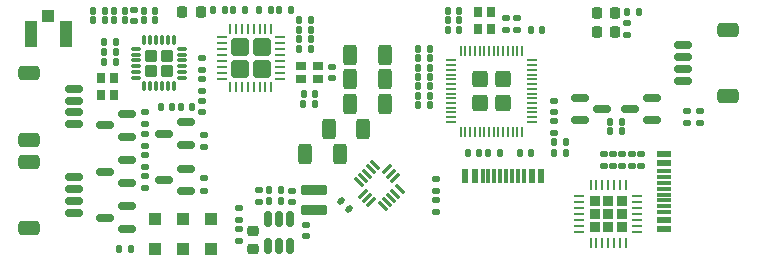
<source format=gbr>
%TF.GenerationSoftware,KiCad,Pcbnew,(6.0.5)*%
%TF.CreationDate,2022-11-18T19:02:11-05:00*%
%TF.ProjectId,SimpleMelt-Hardware,53696d70-6c65-44d6-956c-742d48617264,rev?*%
%TF.SameCoordinates,Original*%
%TF.FileFunction,Paste,Top*%
%TF.FilePolarity,Positive*%
%FSLAX46Y46*%
G04 Gerber Fmt 4.6, Leading zero omitted, Abs format (unit mm)*
G04 Created by KiCad (PCBNEW (6.0.5)) date 2022-11-18 19:02:11*
%MOMM*%
%LPD*%
G01*
G04 APERTURE LIST*
G04 Aperture macros list*
%AMRoundRect*
0 Rectangle with rounded corners*
0 $1 Rounding radius*
0 $2 $3 $4 $5 $6 $7 $8 $9 X,Y pos of 4 corners*
0 Add a 4 corners polygon primitive as box body*
4,1,4,$2,$3,$4,$5,$6,$7,$8,$9,$2,$3,0*
0 Add four circle primitives for the rounded corners*
1,1,$1+$1,$2,$3*
1,1,$1+$1,$4,$5*
1,1,$1+$1,$6,$7*
1,1,$1+$1,$8,$9*
0 Add four rect primitives between the rounded corners*
20,1,$1+$1,$2,$3,$4,$5,0*
20,1,$1+$1,$4,$5,$6,$7,0*
20,1,$1+$1,$6,$7,$8,$9,0*
20,1,$1+$1,$8,$9,$2,$3,0*%
%AMRotRect*
0 Rectangle, with rotation*
0 The origin of the aperture is its center*
0 $1 length*
0 $2 width*
0 $3 Rotation angle, in degrees counterclockwise*
0 Add horizontal line*
21,1,$1,$2,0,0,$3*%
G04 Aperture macros list end*
%ADD10RoundRect,0.250000X-0.312500X-0.625000X0.312500X-0.625000X0.312500X0.625000X-0.312500X0.625000X0*%
%ADD11RoundRect,0.135000X0.185000X-0.135000X0.185000X0.135000X-0.185000X0.135000X-0.185000X-0.135000X0*%
%ADD12RoundRect,0.135000X0.135000X0.185000X-0.135000X0.185000X-0.135000X-0.185000X0.135000X-0.185000X0*%
%ADD13RoundRect,0.135000X-0.135000X-0.185000X0.135000X-0.185000X0.135000X0.185000X-0.135000X0.185000X0*%
%ADD14RoundRect,0.140000X-0.170000X0.140000X-0.170000X-0.140000X0.170000X-0.140000X0.170000X0.140000X0*%
%ADD15R,1.000000X1.000000*%
%ADD16RoundRect,0.218750X-0.218750X-0.256250X0.218750X-0.256250X0.218750X0.256250X-0.218750X0.256250X0*%
%ADD17RoundRect,0.150000X-0.587500X-0.150000X0.587500X-0.150000X0.587500X0.150000X-0.587500X0.150000X0*%
%ADD18RoundRect,0.135000X-0.185000X0.135000X-0.185000X-0.135000X0.185000X-0.135000X0.185000X0.135000X0*%
%ADD19RoundRect,0.140000X-0.140000X-0.170000X0.140000X-0.170000X0.140000X0.170000X-0.140000X0.170000X0*%
%ADD20RoundRect,0.225000X0.250000X-0.225000X0.250000X0.225000X-0.250000X0.225000X-0.250000X-0.225000X0*%
%ADD21RoundRect,0.140000X0.140000X0.170000X-0.140000X0.170000X-0.140000X-0.170000X0.140000X-0.170000X0*%
%ADD22RoundRect,0.140000X0.170000X-0.140000X0.170000X0.140000X-0.170000X0.140000X-0.170000X-0.140000X0*%
%ADD23R,1.160000X0.600000*%
%ADD24R,1.160000X0.300000*%
%ADD25RoundRect,0.309735X-0.390265X-0.390265X0.390265X-0.390265X0.390265X0.390265X-0.390265X0.390265X0*%
%ADD26RoundRect,0.050000X-0.387500X-0.050000X0.387500X-0.050000X0.387500X0.050000X-0.387500X0.050000X0*%
%ADD27RoundRect,0.050000X-0.050000X-0.387500X0.050000X-0.387500X0.050000X0.387500X-0.050000X0.387500X0*%
%ADD28RoundRect,0.150000X0.587500X0.150000X-0.587500X0.150000X-0.587500X-0.150000X0.587500X-0.150000X0*%
%ADD29RoundRect,0.212500X0.887500X-0.212500X0.887500X0.212500X-0.887500X0.212500X-0.887500X-0.212500X0*%
%ADD30RoundRect,0.250000X-0.285000X-0.285000X0.285000X-0.285000X0.285000X0.285000X-0.285000X0.285000X0*%
%ADD31RoundRect,0.075000X-0.350000X-0.075000X0.350000X-0.075000X0.350000X0.075000X-0.350000X0.075000X0*%
%ADD32RoundRect,0.075000X-0.075000X-0.350000X0.075000X-0.350000X0.075000X0.350000X-0.075000X0.350000X0*%
%ADD33RoundRect,0.140000X0.219203X0.021213X0.021213X0.219203X-0.219203X-0.021213X-0.021213X-0.219203X0*%
%ADD34RotRect,1.000000X0.300000X135.000000*%
%ADD35RotRect,0.300000X1.000000X135.000000*%
%ADD36R,0.600000X1.160000*%
%ADD37R,0.300000X1.160000*%
%ADD38RoundRect,0.225000X0.225000X0.225000X-0.225000X0.225000X-0.225000X-0.225000X0.225000X-0.225000X0*%
%ADD39RoundRect,0.062500X0.337500X0.062500X-0.337500X0.062500X-0.337500X-0.062500X0.337500X-0.062500X0*%
%ADD40RoundRect,0.062500X0.062500X0.337500X-0.062500X0.337500X-0.062500X-0.337500X0.062500X-0.337500X0*%
%ADD41R,0.800000X0.900000*%
%ADD42RoundRect,0.147500X0.172500X-0.147500X0.172500X0.147500X-0.172500X0.147500X-0.172500X-0.147500X0*%
%ADD43RoundRect,0.150000X-0.150000X0.512500X-0.150000X-0.512500X0.150000X-0.512500X0.150000X0.512500X0*%
%ADD44RoundRect,0.150000X-0.625000X0.150000X-0.625000X-0.150000X0.625000X-0.150000X0.625000X0.150000X0*%
%ADD45RoundRect,0.250000X-0.650000X0.350000X-0.650000X-0.350000X0.650000X-0.350000X0.650000X0.350000X0*%
%ADD46R,1.000000X1.050000*%
%ADD47R,1.050000X2.200000*%
%ADD48RoundRect,0.147500X0.147500X0.172500X-0.147500X0.172500X-0.147500X-0.172500X0.147500X-0.172500X0*%
%ADD49R,0.900000X0.800000*%
%ADD50RoundRect,0.250000X-0.495000X0.495000X-0.495000X-0.495000X0.495000X-0.495000X0.495000X0.495000X0*%
%ADD51RoundRect,0.062500X-0.062500X0.337500X-0.062500X-0.337500X0.062500X-0.337500X0.062500X0.337500X0*%
%ADD52RoundRect,0.062500X-0.337500X0.062500X-0.337500X-0.062500X0.337500X-0.062500X0.337500X0.062500X0*%
%ADD53RoundRect,0.150000X0.625000X-0.150000X0.625000X0.150000X-0.625000X0.150000X-0.625000X-0.150000X0*%
%ADD54RoundRect,0.250000X0.650000X-0.350000X0.650000X0.350000X-0.650000X0.350000X-0.650000X-0.350000X0*%
G04 APERTURE END LIST*
D10*
%TO.C,R10*%
X-6262500Y-2000000D03*
X-3337500Y-2000000D03*
%TD*%
%TO.C,R9*%
X-4262500Y100000D03*
X-1337500Y100000D03*
%TD*%
%TO.C,R8*%
X-2462500Y4300000D03*
X462500Y4300000D03*
%TD*%
%TO.C,R7*%
X-2462500Y6400000D03*
X462500Y6400000D03*
%TD*%
%TO.C,R6*%
X-2452500Y2200000D03*
X472500Y2200000D03*
%TD*%
D11*
%TO.C,R52*%
X19800000Y-3030000D03*
X19800000Y-2010000D03*
%TD*%
D12*
%TO.C,R60*%
X-5765000Y9300000D03*
X-6785000Y9300000D03*
%TD*%
D13*
%TO.C,R63*%
X-12385000Y10175000D03*
X-11365000Y10175000D03*
%TD*%
D14*
%TO.C,C50*%
X22200000Y-2040000D03*
X22200000Y-3000000D03*
%TD*%
D15*
%TO.C,D42*%
X-14200000Y-7550000D03*
X-14200000Y-10050000D03*
%TD*%
D16*
%TO.C,D60*%
X-16687500Y10000000D03*
X-15112500Y10000000D03*
%TD*%
D15*
%TO.C,D20*%
X-16600000Y-7550000D03*
X-16600000Y-10050000D03*
%TD*%
D17*
%TO.C,Q50*%
X17025000Y2750000D03*
X17025000Y850000D03*
X18900000Y1800000D03*
%TD*%
D18*
%TO.C,R33*%
X-19800000Y1510000D03*
X-19800000Y490000D03*
%TD*%
D14*
%TO.C,C12*%
X10700000Y9480000D03*
X10700000Y8520000D03*
%TD*%
D19*
%TO.C,C63*%
X-8455000Y10175000D03*
X-7495000Y10175000D03*
%TD*%
D11*
%TO.C,R41*%
X21000000Y8090000D03*
X21000000Y9110000D03*
%TD*%
D19*
%TO.C,C10*%
X5820000Y8500000D03*
X6780000Y8500000D03*
%TD*%
D16*
%TO.C,D40*%
X18412500Y9900000D03*
X19987500Y9900000D03*
%TD*%
D19*
%TO.C,C62*%
X-6755000Y6900000D03*
X-5795000Y6900000D03*
%TD*%
D18*
%TO.C,R56*%
X4800000Y-4100000D03*
X4800000Y-5120000D03*
%TD*%
D13*
%TO.C,R51*%
X19552500Y-100000D03*
X20572500Y-100000D03*
%TD*%
D20*
%TO.C,C20*%
X-10700000Y-10075000D03*
X-10700000Y-8525000D03*
%TD*%
D19*
%TO.C,C4*%
X7520000Y-1900000D03*
X8480000Y-1900000D03*
%TD*%
D18*
%TO.C,R54*%
X27200000Y1610000D03*
X27200000Y590000D03*
%TD*%
D14*
%TO.C,C52*%
X20600000Y-2040000D03*
X20600000Y-3000000D03*
%TD*%
D21*
%TO.C,C102*%
X-23240000Y10100000D03*
X-24200000Y10100000D03*
%TD*%
D22*
%TO.C,C7*%
X14800000Y-200000D03*
X14800000Y760000D03*
%TD*%
D12*
%TO.C,R67*%
X-13090000Y10175000D03*
X-14110000Y10175000D03*
%TD*%
D23*
%TO.C,U51*%
X24090000Y-8400000D03*
X24090000Y-7600000D03*
D24*
X24090000Y-6450000D03*
X24090000Y-5450000D03*
X24090000Y-4950000D03*
X24090000Y-3950000D03*
D23*
X24090000Y-2800000D03*
X24090000Y-2000000D03*
X24090000Y-2000000D03*
X24090000Y-2800000D03*
D24*
X24090000Y-3450000D03*
X24090000Y-4450000D03*
X24090000Y-5950000D03*
X24090000Y-6950000D03*
D23*
X24090000Y-7600000D03*
X24090000Y-8400000D03*
%TD*%
D21*
%TO.C,C13*%
X4280000Y6100000D03*
X3320000Y6100000D03*
%TD*%
%TO.C,C61*%
X-5420000Y3075000D03*
X-6380000Y3075000D03*
%TD*%
D13*
%TO.C,R4*%
X14790000Y-1900000D03*
X15810000Y-1900000D03*
%TD*%
D16*
%TO.C,D41*%
X18412500Y8300000D03*
X19987500Y8300000D03*
%TD*%
D12*
%TO.C,R50*%
X20572500Y700000D03*
X19552500Y700000D03*
%TD*%
D11*
%TO.C,R36*%
X-14800000Y-1410000D03*
X-14800000Y-390000D03*
%TD*%
D12*
%TO.C,R20*%
X-8290000Y-5100000D03*
X-9310000Y-5100000D03*
%TD*%
D21*
%TO.C,C11*%
X6780000Y10100000D03*
X5820000Y10100000D03*
%TD*%
D19*
%TO.C,C70*%
X-16780000Y1950000D03*
X-15820000Y1950000D03*
%TD*%
D25*
%TO.C,U1*%
X10500000Y2300000D03*
X8500000Y4300000D03*
X10500000Y4300000D03*
X8500000Y2300000D03*
D26*
X6062500Y5900000D03*
X6062500Y5500000D03*
X6062500Y5100000D03*
X6062500Y4700000D03*
X6062500Y4300000D03*
X6062500Y3900000D03*
X6062500Y3500000D03*
X6062500Y3100000D03*
X6062500Y2700000D03*
X6062500Y2300000D03*
X6062500Y1900000D03*
X6062500Y1500000D03*
X6062500Y1100000D03*
X6062500Y700000D03*
D27*
X6900000Y-137500D03*
X7300000Y-137500D03*
X7700000Y-137500D03*
X8100000Y-137500D03*
X8500000Y-137500D03*
X8900000Y-137500D03*
X9300000Y-137500D03*
X9700000Y-137500D03*
X10100000Y-137500D03*
X10500000Y-137500D03*
X10900000Y-137500D03*
X11300000Y-137500D03*
X11700000Y-137500D03*
X12100000Y-137500D03*
D26*
X12937500Y700000D03*
X12937500Y1100000D03*
X12937500Y1500000D03*
X12937500Y1900000D03*
X12937500Y2300000D03*
X12937500Y2700000D03*
X12937500Y3100000D03*
X12937500Y3500000D03*
X12937500Y3900000D03*
X12937500Y4300000D03*
X12937500Y4700000D03*
X12937500Y5100000D03*
X12937500Y5500000D03*
X12937500Y5900000D03*
D27*
X12100000Y6737500D03*
X11700000Y6737500D03*
X11300000Y6737500D03*
X10900000Y6737500D03*
X10500000Y6737500D03*
X10100000Y6737500D03*
X9700000Y6737500D03*
X9300000Y6737500D03*
X8900000Y6737500D03*
X8500000Y6737500D03*
X8100000Y6737500D03*
X7700000Y6737500D03*
X7300000Y6737500D03*
X6900000Y6737500D03*
%TD*%
D19*
%TO.C,C9*%
X5820000Y9300000D03*
X6780000Y9300000D03*
%TD*%
D28*
%TO.C,Q20*%
X-21362500Y-8350000D03*
X-21362500Y-6450000D03*
X-23237500Y-7400000D03*
%TD*%
D21*
%TO.C,C74*%
X-22320000Y7450000D03*
X-23280000Y7450000D03*
%TD*%
D12*
%TO.C,R1*%
X4310000Y6900000D03*
X3290000Y6900000D03*
%TD*%
D29*
%TO.C,L20*%
X-5500000Y-6725000D03*
X-5500000Y-5075000D03*
%TD*%
D11*
%TO.C,R32*%
X-14800000Y-5110000D03*
X-14800000Y-4090000D03*
%TD*%
D18*
%TO.C,R43*%
X-11900000Y-6590000D03*
X-11900000Y-7610000D03*
%TD*%
%TO.C,R2*%
X11700000Y9510000D03*
X11700000Y8490000D03*
%TD*%
D14*
%TO.C,C6*%
X14800000Y2460000D03*
X14800000Y1500000D03*
%TD*%
D21*
%TO.C,C14*%
X4280000Y2900000D03*
X3320000Y2900000D03*
%TD*%
%TO.C,C104*%
X-21525000Y10100000D03*
X-22485000Y10100000D03*
%TD*%
D19*
%TO.C,C1*%
X3320000Y5300000D03*
X4280000Y5300000D03*
%TD*%
D30*
%TO.C,U70*%
X-19290000Y6315000D03*
X-17970000Y6315000D03*
X-19290000Y4995000D03*
X-17970000Y4995000D03*
D31*
X-20580000Y6905000D03*
X-20580000Y6405000D03*
X-20580000Y5905000D03*
X-20580000Y5405000D03*
X-20580000Y4905000D03*
X-20580000Y4405000D03*
D32*
X-19880000Y3705000D03*
X-19380000Y3705000D03*
X-18880000Y3705000D03*
X-18380000Y3705000D03*
X-17880000Y3705000D03*
X-17380000Y3705000D03*
D31*
X-16680000Y4405000D03*
X-16680000Y4905000D03*
X-16680000Y5405000D03*
X-16680000Y5905000D03*
X-16680000Y6405000D03*
X-16680000Y6905000D03*
D32*
X-17380000Y7605000D03*
X-17880000Y7605000D03*
X-18380000Y7605000D03*
X-18880000Y7605000D03*
X-19380000Y7605000D03*
X-19880000Y7605000D03*
%TD*%
D28*
%TO.C,Q33*%
X-16362500Y-1250000D03*
X-16362500Y650000D03*
X-18237500Y-300000D03*
%TD*%
D14*
%TO.C,C51*%
X21400000Y-2040000D03*
X21400000Y-3000000D03*
%TD*%
D18*
%TO.C,R66*%
X-15000000Y6110000D03*
X-15000000Y5090000D03*
%TD*%
D33*
%TO.C,C31*%
X-2560589Y-6639411D03*
X-3239411Y-5960589D03*
%TD*%
D18*
%TO.C,R55*%
X26100000Y1610000D03*
X26100000Y590000D03*
%TD*%
D19*
%TO.C,C3*%
X3320000Y4500000D03*
X4280000Y4500000D03*
%TD*%
D12*
%TO.C,R40*%
X22010000Y10000000D03*
X20990000Y10000000D03*
%TD*%
D34*
%TO.C,U31*%
X318198Y-6432412D03*
X671751Y-6078858D03*
X1025305Y-5725305D03*
X1378858Y-5371751D03*
X1732412Y-5018198D03*
D35*
X1378858Y-4028249D03*
X1025305Y-3674695D03*
X671751Y-3321142D03*
D34*
X-318198Y-2967588D03*
X-671751Y-3321142D03*
X-1025305Y-3674695D03*
X-1378858Y-4028249D03*
X-1732412Y-4381802D03*
D35*
X-1378858Y-5371751D03*
X-1025305Y-5725305D03*
X-671751Y-6078858D03*
%TD*%
D36*
%TO.C,U52*%
X7300000Y-3915000D03*
X8100000Y-3915000D03*
D37*
X9250000Y-3915000D03*
X10250000Y-3915000D03*
X10750000Y-3915000D03*
X11750000Y-3915000D03*
D36*
X12900000Y-3915000D03*
X13700000Y-3915000D03*
X13700000Y-3915000D03*
X12900000Y-3915000D03*
D37*
X12250000Y-3915000D03*
X11250000Y-3915000D03*
X9750000Y-3915000D03*
X8750000Y-3915000D03*
D36*
X8100000Y-3915000D03*
X7300000Y-3915000D03*
%TD*%
D28*
%TO.C,Q30*%
X-21362500Y-4450000D03*
X-21362500Y-2550000D03*
X-23237500Y-3500000D03*
%TD*%
D18*
%TO.C,R65*%
X-15000000Y4310000D03*
X-15000000Y3290000D03*
%TD*%
D21*
%TO.C,C5*%
X12880000Y-1900000D03*
X11920000Y-1900000D03*
%TD*%
D12*
%TO.C,R64*%
X-22290000Y5800000D03*
X-23310000Y5800000D03*
%TD*%
D21*
%TO.C,C65*%
X-9195000Y10175000D03*
X-10155000Y10175000D03*
%TD*%
D38*
%TO.C,U50*%
X19400000Y-5980000D03*
X18280000Y-8220000D03*
X19400000Y-8220000D03*
X20520000Y-7100000D03*
X18280000Y-7100000D03*
X18280000Y-5980000D03*
X20520000Y-8220000D03*
X19400000Y-7100000D03*
X20520000Y-5980000D03*
D39*
X21850000Y-8600000D03*
X21850000Y-8100000D03*
X21850000Y-7600000D03*
X21850000Y-7100000D03*
X21850000Y-6600000D03*
X21850000Y-6100000D03*
X21850000Y-5600000D03*
D40*
X20900000Y-4650000D03*
X20400000Y-4650000D03*
X19900000Y-4650000D03*
X19400000Y-4650000D03*
X18900000Y-4650000D03*
X18400000Y-4650000D03*
X17900000Y-4650000D03*
D39*
X16950000Y-5600000D03*
X16950000Y-6100000D03*
X16950000Y-6600000D03*
X16950000Y-7100000D03*
X16950000Y-7600000D03*
X16950000Y-8100000D03*
X16950000Y-8600000D03*
D40*
X17900000Y-9550000D03*
X18400000Y-9550000D03*
X18900000Y-9550000D03*
X19400000Y-9550000D03*
X19900000Y-9550000D03*
X20400000Y-9550000D03*
X20900000Y-9550000D03*
%TD*%
D41*
%TO.C,U2*%
X9450000Y8600000D03*
X9450000Y10000000D03*
X8350000Y10000000D03*
X8350000Y8600000D03*
%TD*%
D21*
%TO.C,C40*%
X4280000Y2100000D03*
X3320000Y2100000D03*
%TD*%
D11*
%TO.C,R53*%
X19000000Y-3030000D03*
X19000000Y-2010000D03*
%TD*%
D28*
%TO.C,Q31*%
X-16362500Y-5150000D03*
X-16362500Y-3250000D03*
X-18237500Y-4200000D03*
%TD*%
D21*
%TO.C,C72*%
X-17520000Y1950000D03*
X-18480000Y1950000D03*
%TD*%
D22*
%TO.C,C60*%
X-3975000Y4395000D03*
X-3975000Y5355000D03*
%TD*%
D42*
%TO.C,L101*%
X-20720000Y9215000D03*
X-20720000Y10185000D03*
%TD*%
D21*
%TO.C,C71*%
X-22320000Y6650000D03*
X-23280000Y6650000D03*
%TD*%
D43*
%TO.C,U20*%
X-7550000Y-7562500D03*
X-8500000Y-7562500D03*
X-9450000Y-7562500D03*
X-9450000Y-9837500D03*
X-8500000Y-9837500D03*
X-7550000Y-9837500D03*
%TD*%
D14*
%TO.C,C73*%
X-15000000Y2480000D03*
X-15000000Y1520000D03*
%TD*%
D15*
%TO.C,D21*%
X-19000000Y-7550000D03*
X-19000000Y-10050000D03*
%TD*%
D19*
%TO.C,C101*%
X-19900000Y10100000D03*
X-18940000Y10100000D03*
%TD*%
D44*
%TO.C,J201*%
X-25800000Y3500000D03*
X-25800000Y2500000D03*
X-25800000Y1500000D03*
X-25800000Y500000D03*
D45*
X-29675000Y4800000D03*
X-29675000Y-800000D03*
%TD*%
D46*
%TO.C,J60*%
X-28000000Y9650000D03*
D47*
X-26525000Y8125000D03*
X-29475000Y8125000D03*
%TD*%
D18*
%TO.C,R21*%
X-10200000Y-5090000D03*
X-10200000Y-6110000D03*
%TD*%
D48*
%TO.C,L102*%
X-21520000Y9300000D03*
X-22490000Y9300000D03*
%TD*%
D12*
%TO.C,R5*%
X15810000Y-1010000D03*
X14790000Y-1010000D03*
%TD*%
D44*
%TO.C,J202*%
X-25800000Y-4000000D03*
X-25800000Y-5000000D03*
X-25800000Y-6000000D03*
X-25800000Y-7000000D03*
D45*
X-29675000Y-8300000D03*
X-29675000Y-2700000D03*
%TD*%
D21*
%TO.C,C103*%
X-23240000Y9300000D03*
X-24200000Y9300000D03*
%TD*%
D28*
%TO.C,Q51*%
X23100000Y850000D03*
X23100000Y2750000D03*
X21225000Y1800000D03*
%TD*%
D21*
%TO.C,C8*%
X13780000Y8500000D03*
X12820000Y8500000D03*
%TD*%
D28*
%TO.C,Q32*%
X-21362500Y-550000D03*
X-21362500Y1350000D03*
X-23237500Y400000D03*
%TD*%
D14*
%TO.C,C21*%
X-6200000Y-8020000D03*
X-6200000Y-8980000D03*
%TD*%
D12*
%TO.C,R22*%
X-20990000Y-10100000D03*
X-22010000Y-10100000D03*
%TD*%
D18*
%TO.C,R31*%
X-19800000Y-3890000D03*
X-19800000Y-4910000D03*
%TD*%
D21*
%TO.C,C64*%
X-5795000Y8500000D03*
X-6755000Y8500000D03*
%TD*%
D13*
%TO.C,R68*%
X-6410000Y2200000D03*
X-5390000Y2200000D03*
%TD*%
D18*
%TO.C,R42*%
X-11900000Y-8390000D03*
X-11900000Y-9410000D03*
%TD*%
%TO.C,R30*%
X-19800000Y-2090000D03*
X-19800000Y-3110000D03*
%TD*%
D11*
%TO.C,R57*%
X4800000Y-6920000D03*
X4800000Y-5900000D03*
%TD*%
D41*
%TO.C,U71*%
X-22450000Y3000000D03*
X-22450000Y4400000D03*
X-23550000Y4400000D03*
X-23550000Y3000000D03*
%TD*%
D49*
%TO.C,U61*%
X-5175000Y5425000D03*
X-6575000Y5425000D03*
X-6575000Y4325000D03*
X-5175000Y4325000D03*
%TD*%
D50*
%TO.C,U60*%
X-9950000Y7025000D03*
X-11800000Y7025000D03*
X-9950000Y5175000D03*
X-11800000Y5175000D03*
D51*
X-9125000Y8550000D03*
X-9625000Y8550000D03*
X-10125000Y8550000D03*
X-10625000Y8550000D03*
X-11125000Y8550000D03*
X-11625000Y8550000D03*
X-12125000Y8550000D03*
X-12625000Y8550000D03*
D52*
X-13325000Y7850000D03*
X-13325000Y7350000D03*
X-13325000Y6850000D03*
X-13325000Y6350000D03*
X-13325000Y5850000D03*
X-13325000Y5350000D03*
X-13325000Y4850000D03*
X-13325000Y4350000D03*
D51*
X-12625000Y3650000D03*
X-12125000Y3650000D03*
X-11625000Y3650000D03*
X-11125000Y3650000D03*
X-10625000Y3650000D03*
X-10125000Y3650000D03*
X-9625000Y3650000D03*
X-9125000Y3650000D03*
D52*
X-8425000Y4350000D03*
X-8425000Y4850000D03*
X-8425000Y5350000D03*
X-8425000Y5850000D03*
X-8425000Y6350000D03*
X-8425000Y6850000D03*
X-8425000Y7350000D03*
X-8425000Y7850000D03*
%TD*%
D19*
%TO.C,C2*%
X3320000Y3700000D03*
X4280000Y3700000D03*
%TD*%
D14*
%TO.C,C23*%
X-7400000Y-5120000D03*
X-7400000Y-6080000D03*
%TD*%
D18*
%TO.C,R34*%
X-19800000Y-290000D03*
X-19800000Y-1310000D03*
%TD*%
D53*
%TO.C,J200*%
X25700000Y4200000D03*
X25700000Y5200000D03*
X25700000Y6200000D03*
X25700000Y7200000D03*
D54*
X29575000Y8500000D03*
X29575000Y2900000D03*
%TD*%
D12*
%TO.C,R3*%
X10210000Y-1900000D03*
X9190000Y-1900000D03*
%TD*%
D21*
%TO.C,C22*%
X-8340000Y-6000000D03*
X-9300000Y-6000000D03*
%TD*%
D12*
%TO.C,R62*%
X-5765000Y7700000D03*
X-6785000Y7700000D03*
%TD*%
D19*
%TO.C,C100*%
X-19900000Y9300000D03*
X-18940000Y9300000D03*
%TD*%
M02*

</source>
